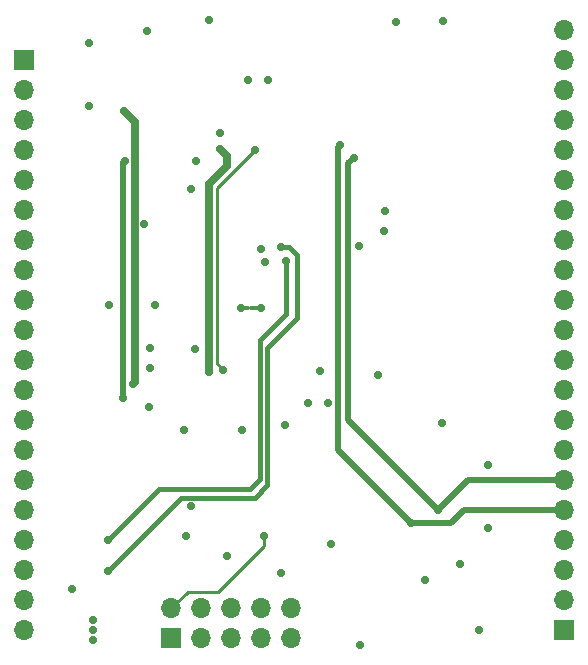
<source format=gbr>
%TF.GenerationSoftware,KiCad,Pcbnew,7.0.8*%
%TF.CreationDate,2024-01-04T13:35:50+01:00*%
%TF.ProjectId,OSSI_CM1,4f535349-5f43-44d3-912e-6b696361645f,rev?*%
%TF.SameCoordinates,Original*%
%TF.FileFunction,Copper,L4,Bot*%
%TF.FilePolarity,Positive*%
%FSLAX46Y46*%
G04 Gerber Fmt 4.6, Leading zero omitted, Abs format (unit mm)*
G04 Created by KiCad (PCBNEW 7.0.8) date 2024-01-04 13:35:50*
%MOMM*%
%LPD*%
G01*
G04 APERTURE LIST*
%TA.AperFunction,ComponentPad*%
%ADD10R,1.700000X1.700000*%
%TD*%
%TA.AperFunction,ComponentPad*%
%ADD11O,1.700000X1.700000*%
%TD*%
%TA.AperFunction,SMDPad,CuDef*%
%ADD12R,0.150000X0.300000*%
%TD*%
%TA.AperFunction,ViaPad*%
%ADD13C,0.700000*%
%TD*%
%TA.AperFunction,Conductor*%
%ADD14C,0.300000*%
%TD*%
%TA.AperFunction,Conductor*%
%ADD15C,0.700000*%
%TD*%
%TA.AperFunction,Conductor*%
%ADD16C,0.500000*%
%TD*%
%TA.AperFunction,Conductor*%
%ADD17C,0.250000*%
%TD*%
%TA.AperFunction,Conductor*%
%ADD18C,0.400000*%
%TD*%
G04 APERTURE END LIST*
D10*
%TO.P,X101,1,1*%
%TO.N,+3V3*%
X131850000Y-126454000D03*
D11*
%TO.P,X101,2,2*%
%TO.N,/JTAG_TMS{slash}SWD_DIO{slash}PTA3*%
X131850000Y-123914000D03*
%TO.P,X101,3,3*%
%TO.N,GND*%
X134390000Y-126454000D03*
%TO.P,X101,4,4*%
%TO.N,/JTAG_CLK{slash}SWD_CLK{slash}PTA0*%
X134390000Y-123914000D03*
%TO.P,X101,5,5*%
%TO.N,GND*%
X136930000Y-126454000D03*
%TO.P,X101,6,6*%
%TO.N,/JTAG_TDO{slash}TRACE_SWO{slash}PTA2*%
X136930000Y-123914000D03*
%TO.P,X101,7,7*%
%TO.N,unconnected-(X101-Pad7)*%
X139470000Y-126454000D03*
%TO.P,X101,8,8*%
%TO.N,Net-(U102B-JTAG_TDI{slash}PTA1)*%
X139470000Y-123914000D03*
%TO.P,X101,9,9*%
%TO.N,GND*%
X142010000Y-126454000D03*
%TO.P,X101,10,10*%
%TO.N,/~{RESET}*%
X142010000Y-123914000D03*
%TD*%
D10*
%TO.P,X201,1,Pin_1*%
%TO.N,+3V3_ANA*%
X119380000Y-77470000D03*
D11*
%TO.P,X201,2,Pin_2*%
%TO.N,1V25_REF*%
X119380000Y-80010000D03*
%TO.P,X201,3,Pin_3*%
%TO.N,2V50_REF*%
X119380000Y-82550000D03*
%TO.P,X201,4,Pin_4*%
%TO.N,AGND*%
X119380000Y-85090000D03*
%TO.P,X201,5,Pin_5*%
%TO.N,AC_Grid_Voltage*%
X119380000Y-87630000D03*
%TO.P,X201,6,Pin_6*%
%TO.N,Relay_Ctrl_Voltage*%
X119380000Y-90170000D03*
%TO.P,X201,7,Pin_7*%
%TO.N,AGND*%
X119380000Y-92710000D03*
%TO.P,X201,8,Pin_8*%
%TO.N,DC_Link_Voltage*%
X119380000Y-95250000D03*
%TO.P,X201,9,Pin_9*%
%TO.N,AC_Current*%
X119380000Y-97790000D03*
%TO.P,X201,10,Pin_10*%
%TO.N,AGND*%
X119380000Y-100330000D03*
%TO.P,X201,11,Pin_11*%
%TO.N,AC_Relay_Voltage*%
X119380000Y-102870000D03*
%TO.P,X201,12,Pin_12*%
%TO.N,DC_Input_Voltage*%
X119380000Y-105410000D03*
%TO.P,X201,13,Pin_13*%
%TO.N,AGND*%
X119380000Y-107950000D03*
%TO.P,X201,14,Pin_14*%
%TO.N,DC_Current*%
X119380000Y-110490000D03*
%TO.P,X201,15,Pin_15*%
%TO.N,AC_Inverter_Voltage*%
X119380000Y-113030000D03*
%TO.P,X201,16,Pin_16*%
%TO.N,AGND*%
X119380000Y-115570000D03*
%TO.P,X201,17,Pin_17*%
%TO.N,LED_Red_Ctrl*%
X119380000Y-118110000D03*
%TO.P,X201,18,Pin_18*%
%TO.N,LED_Green_Ctrl*%
X119380000Y-120650000D03*
%TO.P,X201,19,Pin_19*%
%TO.N,GND*%
X119380000Y-123190000D03*
%TO.P,X201,20,Pin_20*%
%TO.N,+3V3*%
X119380000Y-125730000D03*
%TD*%
D12*
%TO.P,STAR101,1,1*%
%TO.N,AGND*%
X138187500Y-98504000D03*
%TO.P,STAR101,2,2*%
%TO.N,GND*%
X138610000Y-98504000D03*
%TD*%
D10*
%TO.P,X202,21,Pin_21*%
%TO.N,GND*%
X165100000Y-125730000D03*
D11*
%TO.P,X202,22,Pin_22*%
%TO.N,UART_RX*%
X165100000Y-123190000D03*
%TO.P,X202,23,Pin_23*%
%TO.N,UART_TX*%
X165100000Y-120650000D03*
%TO.P,X202,24,Pin_24*%
%TO.N,GND*%
X165100000Y-118110000D03*
%TO.P,X202,25,Pin_25*%
%TO.N,I2C_Dat*%
X165100000Y-115570000D03*
%TO.P,X202,26,Pin_26*%
%TO.N,I2C_Clk*%
X165100000Y-113030000D03*
%TO.P,X202,27,Pin_27*%
%TO.N,GND*%
X165100000Y-110490000D03*
%TO.P,X202,28,Pin_28*%
%TO.N,HISIDE_PWM_\u00B5C*%
X165100000Y-107950000D03*
%TO.P,X202,29,Pin_29*%
%TO.N,Boost_T1*%
X165100000Y-105410000D03*
%TO.P,X202,30,Pin_30*%
%TO.N,GND*%
X165100000Y-102870000D03*
%TO.P,X202,31,Pin_31*%
%TO.N,Relay_Voltage_Ctrl*%
X165100000Y-100330000D03*
%TO.P,X202,32,Pin_32*%
%TO.N,Bridge_T1*%
X165100000Y-97790000D03*
%TO.P,X202,33,Pin_33*%
%TO.N,GND*%
X165100000Y-95250000D03*
%TO.P,X202,34,Pin_34*%
%TO.N,Bridge_T2*%
X165100000Y-92710000D03*
%TO.P,X202,35,Pin_35*%
%TO.N,Bridge_T3*%
X165100000Y-90170000D03*
%TO.P,X202,36,Pin_36*%
%TO.N,GND*%
X165100000Y-87630000D03*
%TO.P,X202,37,Pin_37*%
%TO.N,Bridge_T4*%
X165100000Y-85090000D03*
%TO.P,X202,38,Pin_38*%
%TO.N,Inv_Relay_Ctrl*%
X165100000Y-82550000D03*
%TO.P,X202,39,Pin_39*%
%TO.N,GND*%
X165100000Y-80010000D03*
%TO.P,X202,40,Pin_40*%
%TO.N,Grid_Relay_Ctrl*%
X165100000Y-77470000D03*
%TO.P,X202,41,Pin_41*%
%TO.N,GND*%
X165100000Y-74930000D03*
%TD*%
D13*
%TO.N,GND*%
X147801944Y-127027056D03*
X144398000Y-103852000D03*
X145150000Y-106504000D03*
X133100000Y-117797400D03*
X149350000Y-104204000D03*
X154800000Y-108204000D03*
X154850000Y-74204000D03*
X139450000Y-98504000D03*
X133500000Y-115297400D03*
X153350000Y-121529000D03*
X145375000Y-118475000D03*
X123400000Y-122304000D03*
X157900000Y-125754000D03*
X150900000Y-74254000D03*
X147750000Y-93204000D03*
X139750000Y-94604000D03*
X149912107Y-90291893D03*
%TO.N,AGND*%
X136000000Y-83704000D03*
X133900000Y-86004000D03*
X124850000Y-81404000D03*
X136000000Y-85054000D03*
X135050000Y-74104000D03*
X130000000Y-106904000D03*
X135000000Y-103904000D03*
X133550000Y-88404000D03*
X126550000Y-98254000D03*
X130450000Y-98204000D03*
X124900000Y-76054000D03*
X137750000Y-98504000D03*
X129500000Y-91354000D03*
X133849500Y-101954000D03*
X132936800Y-108804000D03*
X130050000Y-103554000D03*
X140050000Y-79154000D03*
X127850000Y-81804000D03*
X128600000Y-104954000D03*
X129800000Y-75054000D03*
%TO.N,+3V3*%
X136600000Y-119510600D03*
X125249000Y-125730000D03*
X141100000Y-120900000D03*
X125249000Y-124938710D03*
X125241251Y-126582128D03*
X156300000Y-120179000D03*
X141450000Y-108363361D03*
X158700000Y-117154000D03*
X149862107Y-91991893D03*
X143450000Y-106504000D03*
X139400000Y-93504000D03*
X158700000Y-111804000D03*
%TO.N,2V50_REF*%
X127900000Y-86004000D03*
X127750000Y-106104000D03*
%TO.N,/JTAG_TMS{slash}SWD_DIO{slash}PTA3*%
X139700000Y-117754000D03*
%TO.N,I2C_Clk*%
X154425000Y-115579000D03*
X147350000Y-85754000D03*
%TO.N,I2C_Dat*%
X152168629Y-116704000D03*
X146100000Y-84704000D03*
%TO.N,Net-(U102A-PTC8)*%
X141600000Y-94504000D03*
X126447000Y-118157000D03*
%TO.N,Net-(U102A-PTC9)*%
X126477000Y-120727000D03*
X141150000Y-93354000D03*
%TO.N,Net-(U102C-VREF_OUT)*%
X136200000Y-103704000D03*
X138900000Y-85104000D03*
%TO.N,+3V3_ANA*%
X138350000Y-79154000D03*
X137836800Y-108804000D03*
X130050000Y-101854000D03*
%TD*%
D14*
%TO.N,GND*%
X138700000Y-98504000D02*
X139300000Y-98504000D01*
D15*
%TO.N,AGND*%
X135000000Y-103904000D02*
X135000000Y-88004000D01*
X128800000Y-104754000D02*
X128800000Y-82754000D01*
X135000000Y-88004000D02*
X136550000Y-86454000D01*
X128800000Y-82754000D02*
X127850000Y-81804000D01*
X136550000Y-86454000D02*
X136550000Y-85604000D01*
X128600000Y-104954000D02*
X128800000Y-104754000D01*
X136550000Y-85604000D02*
X136000000Y-85054000D01*
D14*
X137750000Y-98504000D02*
X138350000Y-98504000D01*
D16*
%TO.N,2V50_REF*%
X127900000Y-86004000D02*
X127750000Y-86154000D01*
X127750000Y-86154000D02*
X127750000Y-106104000D01*
D17*
%TO.N,/JTAG_TMS{slash}SWD_DIO{slash}PTA3*%
X139700000Y-118604000D02*
X139700000Y-117754000D01*
X131850000Y-123914000D02*
X133260000Y-122504000D01*
X133260000Y-122504000D02*
X135800000Y-122504000D01*
X135800000Y-122504000D02*
X139700000Y-118604000D01*
D16*
%TO.N,I2C_Clk*%
X156974000Y-113030000D02*
X165100000Y-113030000D01*
X147350000Y-85754000D02*
X146850000Y-86254000D01*
X154425000Y-115579000D02*
X156974000Y-113030000D01*
X146850000Y-86254000D02*
X146850000Y-108004000D01*
X146850000Y-108004000D02*
X154425000Y-115579000D01*
%TO.N,I2C_Dat*%
X155500000Y-116704000D02*
X156634000Y-115570000D01*
X152168629Y-116704000D02*
X155500000Y-116704000D01*
X145950000Y-110485371D02*
X152168629Y-116704000D01*
X156634000Y-115570000D02*
X165100000Y-115570000D01*
X145950000Y-84854000D02*
X145950000Y-110485371D01*
X146100000Y-84704000D02*
X145950000Y-84854000D01*
D18*
%TO.N,Net-(U102A-PTC8)*%
X141600000Y-98985371D02*
X141600000Y-94504000D01*
X130800000Y-113804000D02*
X138500000Y-113804000D01*
X138500000Y-113804000D02*
X139350000Y-112954000D01*
X126447000Y-118157000D02*
X130800000Y-113804000D01*
X139350000Y-112954000D02*
X139350000Y-101235371D01*
X139350000Y-101235371D02*
X141600000Y-98985371D01*
%TO.N,Net-(U102A-PTC9)*%
X141850000Y-93354000D02*
X141150000Y-93354000D01*
X138906600Y-114547400D02*
X139950000Y-113504000D01*
X139950000Y-101904000D02*
X142500000Y-99354000D01*
X132656600Y-114547400D02*
X138906600Y-114547400D01*
X142500000Y-94004000D02*
X141850000Y-93354000D01*
X126477000Y-120727000D02*
X132656600Y-114547400D01*
X142500000Y-99354000D02*
X142500000Y-94004000D01*
X139950000Y-113504000D02*
X139950000Y-101904000D01*
D17*
%TO.N,Net-(U102C-VREF_OUT)*%
X138900000Y-85104000D02*
X135675000Y-88329000D01*
X135675000Y-103179000D02*
X136200000Y-103704000D01*
X135675000Y-88329000D02*
X135675000Y-103179000D01*
%TD*%
M02*

</source>
